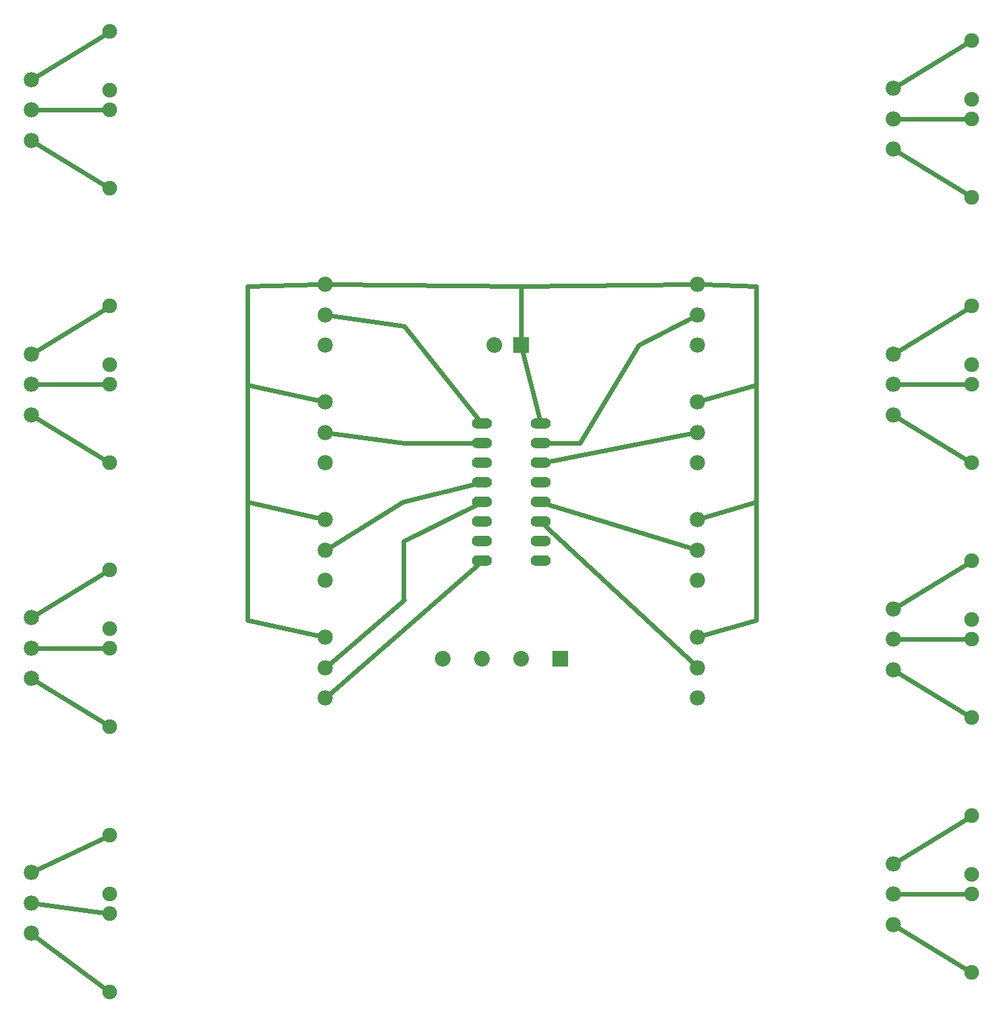
<source format=gtl>
G04 MADE WITH FRITZING*
G04 WWW.FRITZING.ORG*
G04 DOUBLE SIDED*
G04 HOLES PLATED*
G04 CONTOUR ON CENTER OF CONTOUR VECTOR*
%ASAXBY*%
%FSLAX23Y23*%
%MOIN*%
%OFA0B0*%
%SFA1.0B1.0*%
%ADD10C,0.052000*%
%ADD11C,0.078000*%
%ADD12C,0.080000*%
%ADD13C,0.075000*%
%ADD14R,0.080000X0.080000*%
%ADD15C,0.024000*%
%ADD16R,0.001000X0.001000*%
%LNCOPPER1*%
G90*
G70*
G54D10*
X2878Y3235D03*
X2878Y3135D03*
X2878Y3035D03*
X2878Y2935D03*
X2878Y2835D03*
X2878Y2735D03*
X2878Y2635D03*
X2878Y2535D03*
X3178Y2535D03*
X3178Y2635D03*
X3178Y2735D03*
X3178Y2835D03*
X3178Y2935D03*
X3178Y3035D03*
X3178Y3135D03*
X3178Y3235D03*
X2878Y3235D03*
X2878Y3135D03*
X2878Y3035D03*
X2878Y2935D03*
X2878Y2835D03*
X2878Y2735D03*
X2878Y2635D03*
X2878Y2535D03*
X3178Y2535D03*
X3178Y2635D03*
X3178Y2735D03*
X3178Y2835D03*
X3178Y2935D03*
X3178Y3035D03*
X3178Y3135D03*
X3178Y3235D03*
G54D11*
X2078Y3947D03*
X2078Y3791D03*
X2078Y3635D03*
X2078Y3347D03*
X2078Y3191D03*
X2078Y3035D03*
X2078Y2747D03*
X2078Y2591D03*
X2078Y2435D03*
X2078Y2147D03*
X2078Y1991D03*
X2078Y1835D03*
X3978Y2147D03*
X3978Y1991D03*
X3978Y1835D03*
X3978Y2747D03*
X3978Y2591D03*
X3978Y2435D03*
X3978Y3347D03*
X3978Y3191D03*
X3978Y3035D03*
X3978Y3947D03*
X3978Y3791D03*
X3978Y3635D03*
G54D12*
X3078Y3635D03*
X2940Y3635D03*
X3078Y2035D03*
X2878Y2035D03*
X2678Y2035D03*
X3278Y2035D03*
G54D13*
X978Y3035D03*
X978Y3435D03*
X978Y3535D03*
X978Y3835D03*
G54D11*
X578Y3591D03*
X578Y3435D03*
X578Y3279D03*
G54D13*
X978Y1691D03*
X978Y2091D03*
X978Y2191D03*
X978Y2491D03*
G54D11*
X578Y2247D03*
X578Y2091D03*
X578Y1935D03*
G54D13*
X978Y335D03*
X978Y735D03*
X978Y835D03*
X978Y1135D03*
G54D11*
X578Y947D03*
X578Y791D03*
X578Y635D03*
G54D13*
X978Y4435D03*
X978Y4835D03*
X978Y4935D03*
X978Y5235D03*
G54D11*
X578Y4991D03*
X578Y4835D03*
X578Y4679D03*
G54D13*
X5378Y4391D03*
X5378Y4791D03*
X5378Y4891D03*
X5378Y5191D03*
G54D11*
X4978Y4947D03*
X4978Y4791D03*
X4978Y4635D03*
G54D13*
X5378Y3035D03*
X5378Y3435D03*
X5378Y3535D03*
X5378Y3835D03*
G54D11*
X4978Y3591D03*
X4978Y3435D03*
X4978Y3279D03*
G54D13*
X5378Y1735D03*
X5378Y2135D03*
X5378Y2235D03*
X5378Y2535D03*
G54D11*
X4978Y2291D03*
X4978Y2135D03*
X4978Y1979D03*
G54D13*
X5378Y435D03*
X5378Y835D03*
X5378Y935D03*
X5378Y1235D03*
G54D11*
X4978Y991D03*
X4978Y835D03*
X4978Y679D03*
G54D14*
X3078Y3635D03*
X3278Y2035D03*
G54D15*
X3078Y3937D02*
X2108Y3947D01*
D02*
X3078Y3666D02*
X3078Y3937D01*
D02*
X3678Y3635D02*
X3951Y3777D01*
D02*
X3376Y3137D02*
X3678Y3635D01*
D02*
X3205Y3136D02*
X3376Y3137D01*
D02*
X4278Y2233D02*
X4007Y2156D01*
D02*
X4278Y2835D02*
X4278Y2233D01*
D02*
X4278Y2835D02*
X4007Y2756D01*
D02*
X4278Y3433D02*
X4278Y2835D01*
D02*
X4278Y3433D02*
X4007Y3356D01*
D02*
X4278Y3937D02*
X4278Y3433D01*
D02*
X4008Y3946D02*
X4278Y3937D01*
D02*
X3078Y3937D02*
X3948Y3947D01*
D02*
X1680Y2233D02*
X2048Y2154D01*
D02*
X1680Y2835D02*
X1680Y2233D01*
D02*
X1680Y2835D02*
X2048Y2754D01*
D02*
X1680Y3433D02*
X1680Y2835D01*
D02*
X1680Y3433D02*
X2048Y3354D01*
D02*
X1680Y3937D02*
X1680Y3433D01*
D02*
X2048Y3947D02*
X1680Y3937D01*
D02*
X2475Y2835D02*
X2851Y2929D01*
D02*
X2103Y2607D02*
X2475Y2835D01*
D02*
X2108Y3187D02*
X2480Y3137D01*
D02*
X2480Y3137D02*
X2851Y3135D01*
D02*
X3085Y3605D02*
X3171Y3262D01*
D02*
X2108Y3787D02*
X2480Y3734D01*
D02*
X2480Y3734D02*
X2861Y3257D01*
D02*
X3948Y3186D02*
X3204Y3041D01*
D02*
X3956Y2012D02*
X3198Y2717D01*
D02*
X3949Y2600D02*
X3204Y2827D01*
D02*
X2478Y2635D02*
X2854Y2823D01*
D02*
X2478Y2335D02*
X2478Y2635D01*
D02*
X2480Y2337D02*
X2478Y2335D01*
D02*
X2101Y2011D02*
X2480Y2337D01*
D02*
X5003Y3607D02*
X5353Y3820D01*
D02*
X5003Y2307D02*
X5353Y2520D01*
D02*
X5003Y1007D02*
X5353Y1220D01*
D02*
X605Y960D02*
X952Y1123D01*
D02*
X603Y2263D02*
X953Y2476D01*
D02*
X5003Y4963D02*
X5353Y5176D01*
D02*
X603Y5007D02*
X953Y5220D01*
D02*
X603Y3607D02*
X953Y3820D01*
D02*
X5008Y3435D02*
X5349Y3435D01*
D02*
X5008Y2135D02*
X5349Y2135D01*
D02*
X5008Y4791D02*
X5349Y4791D01*
D02*
X608Y4835D02*
X949Y4835D01*
D02*
X608Y787D02*
X949Y739D01*
D02*
X608Y2091D02*
X949Y2091D01*
D02*
X5008Y835D02*
X5349Y835D01*
D02*
X608Y3435D02*
X949Y3435D01*
D02*
X2857Y2518D02*
X2100Y1855D01*
D02*
X5003Y4620D02*
X5353Y4406D01*
D02*
X5003Y3264D02*
X5353Y3050D01*
D02*
X5003Y1964D02*
X5353Y1750D01*
D02*
X5003Y664D02*
X5353Y450D01*
D02*
X602Y617D02*
X955Y353D01*
D02*
X603Y1920D02*
X953Y1706D01*
D02*
X603Y3264D02*
X953Y3050D01*
D02*
X603Y4664D02*
X953Y4450D01*
G54D16*
X2846Y3262D02*
X2908Y3262D01*
X3146Y3262D02*
X3208Y3262D01*
X2843Y3261D02*
X2911Y3261D01*
X3143Y3261D02*
X3211Y3261D01*
X2840Y3260D02*
X2914Y3260D01*
X3140Y3260D02*
X3214Y3260D01*
X2839Y3259D02*
X2915Y3259D01*
X3138Y3259D02*
X3215Y3259D01*
X2837Y3258D02*
X2917Y3258D01*
X3137Y3258D02*
X3217Y3258D01*
X2836Y3257D02*
X2918Y3257D01*
X3136Y3257D02*
X3218Y3257D01*
X2834Y3256D02*
X2920Y3256D01*
X3134Y3256D02*
X3220Y3256D01*
X2833Y3255D02*
X2921Y3255D01*
X3133Y3255D02*
X3221Y3255D01*
X2832Y3254D02*
X2922Y3254D01*
X3132Y3254D02*
X3222Y3254D01*
X2831Y3253D02*
X2923Y3253D01*
X3131Y3253D02*
X3222Y3253D01*
X2831Y3252D02*
X2872Y3252D01*
X2882Y3252D02*
X2923Y3252D01*
X3131Y3252D02*
X3172Y3252D01*
X3182Y3252D02*
X3223Y3252D01*
X2830Y3251D02*
X2870Y3251D01*
X2884Y3251D02*
X2924Y3251D01*
X3130Y3251D02*
X3170Y3251D01*
X3184Y3251D02*
X3224Y3251D01*
X2829Y3250D02*
X2868Y3250D01*
X2886Y3250D02*
X2925Y3250D01*
X3129Y3250D02*
X3168Y3250D01*
X3186Y3250D02*
X3225Y3250D01*
X2829Y3249D02*
X2867Y3249D01*
X2887Y3249D02*
X2925Y3249D01*
X3129Y3249D02*
X3166Y3249D01*
X3187Y3249D02*
X3225Y3249D01*
X2828Y3248D02*
X2865Y3248D01*
X2889Y3248D02*
X2926Y3248D01*
X3128Y3248D02*
X3165Y3248D01*
X3189Y3248D02*
X3226Y3248D01*
X2828Y3247D02*
X2864Y3247D01*
X2890Y3247D02*
X2926Y3247D01*
X3128Y3247D02*
X3164Y3247D01*
X3190Y3247D02*
X3226Y3247D01*
X2827Y3246D02*
X2864Y3246D01*
X2890Y3246D02*
X2927Y3246D01*
X3127Y3246D02*
X3164Y3246D01*
X3190Y3246D02*
X3227Y3246D01*
X2827Y3245D02*
X2863Y3245D01*
X2891Y3245D02*
X2927Y3245D01*
X3127Y3245D02*
X3163Y3245D01*
X3191Y3245D02*
X3227Y3245D01*
X2827Y3244D02*
X2862Y3244D01*
X2892Y3244D02*
X2927Y3244D01*
X3127Y3244D02*
X3162Y3244D01*
X3192Y3244D02*
X3227Y3244D01*
X2826Y3243D02*
X2862Y3243D01*
X2892Y3243D02*
X2928Y3243D01*
X3126Y3243D02*
X3162Y3243D01*
X3192Y3243D02*
X3228Y3243D01*
X2826Y3242D02*
X2862Y3242D01*
X2892Y3242D02*
X2928Y3242D01*
X3126Y3242D02*
X3161Y3242D01*
X3192Y3242D02*
X3228Y3242D01*
X2826Y3241D02*
X2861Y3241D01*
X2893Y3241D02*
X2928Y3241D01*
X3126Y3241D02*
X3161Y3241D01*
X3193Y3241D02*
X3228Y3241D01*
X2826Y3240D02*
X2861Y3240D01*
X2893Y3240D02*
X2928Y3240D01*
X3126Y3240D02*
X3161Y3240D01*
X3193Y3240D02*
X3228Y3240D01*
X2826Y3239D02*
X2861Y3239D01*
X2893Y3239D02*
X2928Y3239D01*
X3126Y3239D02*
X3161Y3239D01*
X3193Y3239D02*
X3228Y3239D01*
X2826Y3238D02*
X2861Y3238D01*
X2893Y3238D02*
X2928Y3238D01*
X3126Y3238D02*
X3161Y3238D01*
X3193Y3238D02*
X3228Y3238D01*
X2826Y3237D02*
X2861Y3237D01*
X2893Y3237D02*
X2928Y3237D01*
X3125Y3237D02*
X3161Y3237D01*
X3193Y3237D02*
X3228Y3237D01*
X2826Y3236D02*
X2861Y3236D01*
X2893Y3236D02*
X2928Y3236D01*
X3126Y3236D02*
X3161Y3236D01*
X3193Y3236D02*
X3228Y3236D01*
X2826Y3235D02*
X2861Y3235D01*
X2893Y3235D02*
X2928Y3235D01*
X3126Y3235D02*
X3161Y3235D01*
X3193Y3235D02*
X3228Y3235D01*
X2826Y3234D02*
X2861Y3234D01*
X2893Y3234D02*
X2928Y3234D01*
X3126Y3234D02*
X3161Y3234D01*
X3193Y3234D02*
X3228Y3234D01*
X2826Y3233D02*
X2861Y3233D01*
X2893Y3233D02*
X2928Y3233D01*
X3126Y3233D02*
X3161Y3233D01*
X3193Y3233D02*
X3228Y3233D01*
X2826Y3232D02*
X2861Y3232D01*
X2893Y3232D02*
X2928Y3232D01*
X3126Y3232D02*
X3161Y3232D01*
X3193Y3232D02*
X3228Y3232D01*
X2826Y3231D02*
X2862Y3231D01*
X2892Y3231D02*
X2928Y3231D01*
X3126Y3231D02*
X3162Y3231D01*
X3192Y3231D02*
X3228Y3231D01*
X2826Y3230D02*
X2862Y3230D01*
X2892Y3230D02*
X2928Y3230D01*
X3126Y3230D02*
X3162Y3230D01*
X3192Y3230D02*
X3228Y3230D01*
X2827Y3229D02*
X2863Y3229D01*
X2891Y3229D02*
X2927Y3229D01*
X3127Y3229D02*
X3162Y3229D01*
X3191Y3229D02*
X3227Y3229D01*
X2827Y3228D02*
X2863Y3228D01*
X2891Y3228D02*
X2927Y3228D01*
X3127Y3228D02*
X3163Y3228D01*
X3191Y3228D02*
X3227Y3228D01*
X2827Y3227D02*
X2864Y3227D01*
X2890Y3227D02*
X2927Y3227D01*
X3127Y3227D02*
X3164Y3227D01*
X3190Y3227D02*
X3227Y3227D01*
X2828Y3226D02*
X2865Y3226D01*
X2889Y3226D02*
X2926Y3226D01*
X3128Y3226D02*
X3165Y3226D01*
X3189Y3226D02*
X3226Y3226D01*
X2828Y3225D02*
X2866Y3225D01*
X2888Y3225D02*
X2926Y3225D01*
X3128Y3225D02*
X3166Y3225D01*
X3188Y3225D02*
X3226Y3225D01*
X2829Y3224D02*
X2867Y3224D01*
X2887Y3224D02*
X2925Y3224D01*
X3129Y3224D02*
X3167Y3224D01*
X3187Y3224D02*
X3225Y3224D01*
X2829Y3223D02*
X2868Y3223D01*
X2886Y3223D02*
X2925Y3223D01*
X3129Y3223D02*
X3168Y3223D01*
X3186Y3223D02*
X3225Y3223D01*
X2830Y3222D02*
X2870Y3222D01*
X2884Y3222D02*
X2924Y3222D01*
X3130Y3222D02*
X3170Y3222D01*
X3184Y3222D02*
X3224Y3222D01*
X2831Y3221D02*
X2873Y3221D01*
X2881Y3221D02*
X2923Y3221D01*
X3131Y3221D02*
X3173Y3221D01*
X3181Y3221D02*
X3223Y3221D01*
X2832Y3220D02*
X2922Y3220D01*
X3132Y3220D02*
X3222Y3220D01*
X2832Y3219D02*
X2922Y3219D01*
X3132Y3219D02*
X3222Y3219D01*
X2833Y3218D02*
X2921Y3218D01*
X3133Y3218D02*
X3221Y3218D01*
X2835Y3217D02*
X2919Y3217D01*
X3135Y3217D02*
X3219Y3217D01*
X2836Y3216D02*
X2918Y3216D01*
X3136Y3216D02*
X3218Y3216D01*
X2837Y3215D02*
X2917Y3215D01*
X3137Y3215D02*
X3217Y3215D01*
X2839Y3214D02*
X2915Y3214D01*
X3139Y3214D02*
X3215Y3214D01*
X2841Y3213D02*
X2913Y3213D01*
X3141Y3213D02*
X3213Y3213D01*
X2843Y3212D02*
X2911Y3212D01*
X3143Y3212D02*
X3211Y3212D01*
X2847Y3211D02*
X2907Y3211D01*
X3147Y3211D02*
X3207Y3211D01*
X2846Y3162D02*
X2908Y3162D01*
X3146Y3162D02*
X3208Y3162D01*
X2843Y3161D02*
X2911Y3161D01*
X3143Y3161D02*
X3211Y3161D01*
X2840Y3160D02*
X2914Y3160D01*
X3140Y3160D02*
X3214Y3160D01*
X2838Y3159D02*
X2916Y3159D01*
X3138Y3159D02*
X3215Y3159D01*
X2837Y3158D02*
X2917Y3158D01*
X3137Y3158D02*
X3217Y3158D01*
X2836Y3157D02*
X2918Y3157D01*
X3136Y3157D02*
X3218Y3157D01*
X2834Y3156D02*
X2920Y3156D01*
X3134Y3156D02*
X3220Y3156D01*
X2833Y3155D02*
X2921Y3155D01*
X3133Y3155D02*
X3221Y3155D01*
X2832Y3154D02*
X2922Y3154D01*
X3132Y3154D02*
X3222Y3154D01*
X2831Y3153D02*
X2923Y3153D01*
X3131Y3153D02*
X3223Y3153D01*
X2831Y3152D02*
X2872Y3152D01*
X2882Y3152D02*
X2923Y3152D01*
X3131Y3152D02*
X3172Y3152D01*
X3182Y3152D02*
X3223Y3152D01*
X2830Y3151D02*
X2870Y3151D01*
X2884Y3151D02*
X2924Y3151D01*
X3130Y3151D02*
X3170Y3151D01*
X3184Y3151D02*
X3224Y3151D01*
X2829Y3150D02*
X2868Y3150D01*
X2886Y3150D02*
X2925Y3150D01*
X3129Y3150D02*
X3168Y3150D01*
X3186Y3150D02*
X3225Y3150D01*
X2829Y3149D02*
X2866Y3149D01*
X2888Y3149D02*
X2925Y3149D01*
X3129Y3149D02*
X3166Y3149D01*
X3187Y3149D02*
X3225Y3149D01*
X2828Y3148D02*
X2865Y3148D01*
X2889Y3148D02*
X2926Y3148D01*
X3128Y3148D02*
X3165Y3148D01*
X3189Y3148D02*
X3226Y3148D01*
X2828Y3147D02*
X2864Y3147D01*
X2890Y3147D02*
X2926Y3147D01*
X3128Y3147D02*
X3164Y3147D01*
X3190Y3147D02*
X3226Y3147D01*
X2827Y3146D02*
X2864Y3146D01*
X2890Y3146D02*
X2927Y3146D01*
X3127Y3146D02*
X3164Y3146D01*
X3190Y3146D02*
X3227Y3146D01*
X2827Y3145D02*
X2863Y3145D01*
X2891Y3145D02*
X2927Y3145D01*
X3127Y3145D02*
X3163Y3145D01*
X3191Y3145D02*
X3227Y3145D01*
X2827Y3144D02*
X2862Y3144D01*
X2892Y3144D02*
X2927Y3144D01*
X3127Y3144D02*
X3162Y3144D01*
X3192Y3144D02*
X3227Y3144D01*
X2826Y3143D02*
X2862Y3143D01*
X2892Y3143D02*
X2928Y3143D01*
X3126Y3143D02*
X3162Y3143D01*
X3192Y3143D02*
X3228Y3143D01*
X2826Y3142D02*
X2862Y3142D01*
X2893Y3142D02*
X2928Y3142D01*
X3126Y3142D02*
X3161Y3142D01*
X3192Y3142D02*
X3228Y3142D01*
X2826Y3141D02*
X2861Y3141D01*
X2893Y3141D02*
X2928Y3141D01*
X3126Y3141D02*
X3161Y3141D01*
X3193Y3141D02*
X3228Y3141D01*
X2826Y3140D02*
X2861Y3140D01*
X2893Y3140D02*
X2928Y3140D01*
X3126Y3140D02*
X3161Y3140D01*
X3193Y3140D02*
X3228Y3140D01*
X2826Y3139D02*
X2861Y3139D01*
X2893Y3139D02*
X2928Y3139D01*
X3126Y3139D02*
X3161Y3139D01*
X3193Y3139D02*
X3228Y3139D01*
X2826Y3138D02*
X2861Y3138D01*
X2893Y3138D02*
X2928Y3138D01*
X3126Y3138D02*
X3161Y3138D01*
X3193Y3138D02*
X3228Y3138D01*
X2826Y3137D02*
X2861Y3137D01*
X2893Y3137D02*
X2928Y3137D01*
X3125Y3137D02*
X3161Y3137D01*
X3193Y3137D02*
X3228Y3137D01*
X2826Y3136D02*
X2861Y3136D01*
X2893Y3136D02*
X2928Y3136D01*
X3126Y3136D02*
X3161Y3136D01*
X3193Y3136D02*
X3228Y3136D01*
X2826Y3135D02*
X2861Y3135D01*
X2893Y3135D02*
X2928Y3135D01*
X3126Y3135D02*
X3161Y3135D01*
X3193Y3135D02*
X3228Y3135D01*
X2826Y3134D02*
X2861Y3134D01*
X2893Y3134D02*
X2928Y3134D01*
X3126Y3134D02*
X3161Y3134D01*
X3193Y3134D02*
X3228Y3134D01*
X2826Y3133D02*
X2861Y3133D01*
X2893Y3133D02*
X2928Y3133D01*
X3126Y3133D02*
X3161Y3133D01*
X3193Y3133D02*
X3228Y3133D01*
X2826Y3132D02*
X2861Y3132D01*
X2893Y3132D02*
X2928Y3132D01*
X3126Y3132D02*
X3161Y3132D01*
X3193Y3132D02*
X3228Y3132D01*
X2826Y3131D02*
X2862Y3131D01*
X2892Y3131D02*
X2928Y3131D01*
X3126Y3131D02*
X3162Y3131D01*
X3192Y3131D02*
X3228Y3131D01*
X2826Y3130D02*
X2862Y3130D01*
X2892Y3130D02*
X2928Y3130D01*
X3126Y3130D02*
X3162Y3130D01*
X3192Y3130D02*
X3228Y3130D01*
X2827Y3129D02*
X2863Y3129D01*
X2891Y3129D02*
X2927Y3129D01*
X3127Y3129D02*
X3162Y3129D01*
X3191Y3129D02*
X3227Y3129D01*
X2827Y3128D02*
X2863Y3128D01*
X2891Y3128D02*
X2927Y3128D01*
X3127Y3128D02*
X3163Y3128D01*
X3191Y3128D02*
X3227Y3128D01*
X2827Y3127D02*
X2864Y3127D01*
X2890Y3127D02*
X2927Y3127D01*
X3127Y3127D02*
X3164Y3127D01*
X3190Y3127D02*
X3227Y3127D01*
X2828Y3126D02*
X2865Y3126D01*
X2889Y3126D02*
X2926Y3126D01*
X3128Y3126D02*
X3165Y3126D01*
X3189Y3126D02*
X3226Y3126D01*
X2828Y3125D02*
X2866Y3125D01*
X2888Y3125D02*
X2926Y3125D01*
X3128Y3125D02*
X3166Y3125D01*
X3188Y3125D02*
X3226Y3125D01*
X2829Y3124D02*
X2867Y3124D01*
X2887Y3124D02*
X2925Y3124D01*
X3129Y3124D02*
X3167Y3124D01*
X3187Y3124D02*
X3225Y3124D01*
X2829Y3123D02*
X2868Y3123D01*
X2886Y3123D02*
X2925Y3123D01*
X3129Y3123D02*
X3168Y3123D01*
X3186Y3123D02*
X3225Y3123D01*
X2830Y3122D02*
X2870Y3122D01*
X2884Y3122D02*
X2924Y3122D01*
X3130Y3122D02*
X3170Y3122D01*
X3184Y3122D02*
X3224Y3122D01*
X2831Y3121D02*
X2873Y3121D01*
X2881Y3121D02*
X2923Y3121D01*
X3131Y3121D02*
X3173Y3121D01*
X3181Y3121D02*
X3223Y3121D01*
X2832Y3120D02*
X2922Y3120D01*
X3132Y3120D02*
X3222Y3120D01*
X2832Y3119D02*
X2922Y3119D01*
X3132Y3119D02*
X3222Y3119D01*
X2833Y3118D02*
X2921Y3118D01*
X3133Y3118D02*
X3221Y3118D01*
X2835Y3117D02*
X2919Y3117D01*
X3135Y3117D02*
X3219Y3117D01*
X2836Y3116D02*
X2918Y3116D01*
X3136Y3116D02*
X3218Y3116D01*
X2837Y3115D02*
X2917Y3115D01*
X3137Y3115D02*
X3217Y3115D01*
X2839Y3114D02*
X2915Y3114D01*
X3139Y3114D02*
X3215Y3114D01*
X2841Y3113D02*
X2913Y3113D01*
X3141Y3113D02*
X3213Y3113D01*
X2843Y3112D02*
X2911Y3112D01*
X3143Y3112D02*
X3211Y3112D01*
X2847Y3111D02*
X2907Y3111D01*
X3147Y3111D02*
X3207Y3111D01*
X2846Y3062D02*
X2908Y3062D01*
X3146Y3062D02*
X3208Y3062D01*
X2843Y3061D02*
X2911Y3061D01*
X3142Y3061D02*
X3211Y3061D01*
X2840Y3060D02*
X2914Y3060D01*
X3140Y3060D02*
X3214Y3060D01*
X2838Y3059D02*
X2916Y3059D01*
X3138Y3059D02*
X3216Y3059D01*
X2837Y3058D02*
X2917Y3058D01*
X3137Y3058D02*
X3217Y3058D01*
X2836Y3057D02*
X2918Y3057D01*
X3136Y3057D02*
X3218Y3057D01*
X2834Y3056D02*
X2920Y3056D01*
X3134Y3056D02*
X3220Y3056D01*
X2833Y3055D02*
X2921Y3055D01*
X3133Y3055D02*
X3221Y3055D01*
X2832Y3054D02*
X2922Y3054D01*
X3132Y3054D02*
X3222Y3054D01*
X2831Y3053D02*
X2923Y3053D01*
X3131Y3053D02*
X3223Y3053D01*
X2831Y3052D02*
X2872Y3052D01*
X2882Y3052D02*
X2923Y3052D01*
X3131Y3052D02*
X3172Y3052D01*
X3182Y3052D02*
X3223Y3052D01*
X2830Y3051D02*
X2870Y3051D01*
X2884Y3051D02*
X2924Y3051D01*
X3130Y3051D02*
X3170Y3051D01*
X3184Y3051D02*
X3224Y3051D01*
X2829Y3050D02*
X2868Y3050D01*
X2886Y3050D02*
X2925Y3050D01*
X3129Y3050D02*
X3168Y3050D01*
X3186Y3050D02*
X3225Y3050D01*
X2829Y3049D02*
X2866Y3049D01*
X2888Y3049D02*
X2925Y3049D01*
X3129Y3049D02*
X3166Y3049D01*
X3187Y3049D02*
X3225Y3049D01*
X2828Y3048D02*
X2865Y3048D01*
X2889Y3048D02*
X2926Y3048D01*
X3128Y3048D02*
X3165Y3048D01*
X3189Y3048D02*
X3226Y3048D01*
X2828Y3047D02*
X2864Y3047D01*
X2890Y3047D02*
X2926Y3047D01*
X3128Y3047D02*
X3164Y3047D01*
X3190Y3047D02*
X3226Y3047D01*
X2827Y3046D02*
X2864Y3046D01*
X2890Y3046D02*
X2927Y3046D01*
X3127Y3046D02*
X3164Y3046D01*
X3190Y3046D02*
X3227Y3046D01*
X2827Y3045D02*
X2863Y3045D01*
X2891Y3045D02*
X2927Y3045D01*
X3127Y3045D02*
X3163Y3045D01*
X3191Y3045D02*
X3227Y3045D01*
X2827Y3044D02*
X2862Y3044D01*
X2892Y3044D02*
X2927Y3044D01*
X3127Y3044D02*
X3162Y3044D01*
X3192Y3044D02*
X3227Y3044D01*
X2826Y3043D02*
X2862Y3043D01*
X2892Y3043D02*
X2928Y3043D01*
X3126Y3043D02*
X3162Y3043D01*
X3192Y3043D02*
X3228Y3043D01*
X2826Y3042D02*
X2862Y3042D01*
X2893Y3042D02*
X2928Y3042D01*
X3126Y3042D02*
X3161Y3042D01*
X3192Y3042D02*
X3228Y3042D01*
X2826Y3041D02*
X2861Y3041D01*
X2893Y3041D02*
X2928Y3041D01*
X3126Y3041D02*
X3161Y3041D01*
X3193Y3041D02*
X3228Y3041D01*
X2826Y3040D02*
X2861Y3040D01*
X2893Y3040D02*
X2928Y3040D01*
X3126Y3040D02*
X3161Y3040D01*
X3193Y3040D02*
X3228Y3040D01*
X2826Y3039D02*
X2861Y3039D01*
X2893Y3039D02*
X2928Y3039D01*
X3126Y3039D02*
X3161Y3039D01*
X3193Y3039D02*
X3228Y3039D01*
X2826Y3038D02*
X2861Y3038D01*
X2893Y3038D02*
X2928Y3038D01*
X3126Y3038D02*
X3161Y3038D01*
X3193Y3038D02*
X3228Y3038D01*
X2826Y3037D02*
X2861Y3037D01*
X2893Y3037D02*
X2928Y3037D01*
X3125Y3037D02*
X3161Y3037D01*
X3193Y3037D02*
X3228Y3037D01*
X2826Y3036D02*
X2861Y3036D01*
X2893Y3036D02*
X2928Y3036D01*
X3126Y3036D02*
X3161Y3036D01*
X3193Y3036D02*
X3228Y3036D01*
X2826Y3035D02*
X2861Y3035D01*
X2893Y3035D02*
X2928Y3035D01*
X3126Y3035D02*
X3161Y3035D01*
X3193Y3035D02*
X3228Y3035D01*
X2826Y3034D02*
X2861Y3034D01*
X2893Y3034D02*
X2928Y3034D01*
X3126Y3034D02*
X3161Y3034D01*
X3193Y3034D02*
X3228Y3034D01*
X2826Y3033D02*
X2861Y3033D01*
X2893Y3033D02*
X2928Y3033D01*
X3126Y3033D02*
X3161Y3033D01*
X3193Y3033D02*
X3228Y3033D01*
X2826Y3032D02*
X2861Y3032D01*
X2893Y3032D02*
X2928Y3032D01*
X3126Y3032D02*
X3161Y3032D01*
X3193Y3032D02*
X3228Y3032D01*
X2826Y3031D02*
X2862Y3031D01*
X2892Y3031D02*
X2928Y3031D01*
X3126Y3031D02*
X3162Y3031D01*
X3192Y3031D02*
X3228Y3031D01*
X2826Y3030D02*
X2862Y3030D01*
X2892Y3030D02*
X2928Y3030D01*
X3126Y3030D02*
X3162Y3030D01*
X3192Y3030D02*
X3228Y3030D01*
X2827Y3029D02*
X2863Y3029D01*
X2891Y3029D02*
X2927Y3029D01*
X3127Y3029D02*
X3162Y3029D01*
X3191Y3029D02*
X3227Y3029D01*
X2827Y3028D02*
X2863Y3028D01*
X2891Y3028D02*
X2927Y3028D01*
X3127Y3028D02*
X3163Y3028D01*
X3191Y3028D02*
X3227Y3028D01*
X2827Y3027D02*
X2864Y3027D01*
X2890Y3027D02*
X2927Y3027D01*
X3127Y3027D02*
X3164Y3027D01*
X3190Y3027D02*
X3227Y3027D01*
X2828Y3026D02*
X2865Y3026D01*
X2889Y3026D02*
X2926Y3026D01*
X3128Y3026D02*
X3165Y3026D01*
X3189Y3026D02*
X3226Y3026D01*
X2828Y3025D02*
X2866Y3025D01*
X2888Y3025D02*
X2926Y3025D01*
X3128Y3025D02*
X3166Y3025D01*
X3188Y3025D02*
X3226Y3025D01*
X2829Y3024D02*
X2867Y3024D01*
X2887Y3024D02*
X2925Y3024D01*
X3129Y3024D02*
X3167Y3024D01*
X3187Y3024D02*
X3225Y3024D01*
X2829Y3023D02*
X2868Y3023D01*
X2886Y3023D02*
X2925Y3023D01*
X3129Y3023D02*
X3168Y3023D01*
X3186Y3023D02*
X3225Y3023D01*
X2830Y3022D02*
X2870Y3022D01*
X2884Y3022D02*
X2924Y3022D01*
X3130Y3022D02*
X3170Y3022D01*
X3184Y3022D02*
X3224Y3022D01*
X2831Y3021D02*
X2873Y3021D01*
X2881Y3021D02*
X2923Y3021D01*
X3131Y3021D02*
X3173Y3021D01*
X3181Y3021D02*
X3223Y3021D01*
X2832Y3020D02*
X2922Y3020D01*
X3132Y3020D02*
X3222Y3020D01*
X2832Y3019D02*
X2922Y3019D01*
X3132Y3019D02*
X3221Y3019D01*
X2833Y3018D02*
X2921Y3018D01*
X3133Y3018D02*
X3221Y3018D01*
X2835Y3017D02*
X2919Y3017D01*
X3135Y3017D02*
X3219Y3017D01*
X2836Y3016D02*
X2918Y3016D01*
X3136Y3016D02*
X3218Y3016D01*
X2837Y3015D02*
X2917Y3015D01*
X3137Y3015D02*
X3217Y3015D01*
X2839Y3014D02*
X2915Y3014D01*
X3139Y3014D02*
X3215Y3014D01*
X2841Y3013D02*
X2913Y3013D01*
X3141Y3013D02*
X3213Y3013D01*
X2843Y3012D02*
X2911Y3012D01*
X3143Y3012D02*
X3211Y3012D01*
X2847Y3011D02*
X2907Y3011D01*
X3147Y3011D02*
X3207Y3011D01*
X2846Y2962D02*
X2908Y2962D01*
X3146Y2962D02*
X3208Y2962D01*
X2843Y2961D02*
X2911Y2961D01*
X3142Y2961D02*
X3211Y2961D01*
X2840Y2960D02*
X2914Y2960D01*
X3140Y2960D02*
X3214Y2960D01*
X2838Y2959D02*
X2916Y2959D01*
X3138Y2959D02*
X3216Y2959D01*
X2837Y2958D02*
X2917Y2958D01*
X3137Y2958D02*
X3217Y2958D01*
X2836Y2957D02*
X2918Y2957D01*
X3135Y2957D02*
X3218Y2957D01*
X2834Y2956D02*
X2920Y2956D01*
X3134Y2956D02*
X3220Y2956D01*
X2833Y2955D02*
X2921Y2955D01*
X3133Y2955D02*
X3221Y2955D01*
X2832Y2954D02*
X2922Y2954D01*
X3132Y2954D02*
X3222Y2954D01*
X2831Y2953D02*
X2923Y2953D01*
X3131Y2953D02*
X3223Y2953D01*
X2831Y2952D02*
X2872Y2952D01*
X2882Y2952D02*
X2923Y2952D01*
X3131Y2952D02*
X3172Y2952D01*
X3182Y2952D02*
X3223Y2952D01*
X2830Y2951D02*
X2870Y2951D01*
X2884Y2951D02*
X2924Y2951D01*
X3130Y2951D02*
X3170Y2951D01*
X3184Y2951D02*
X3224Y2951D01*
X2829Y2950D02*
X2868Y2950D01*
X2886Y2950D02*
X2925Y2950D01*
X3129Y2950D02*
X3168Y2950D01*
X3186Y2950D02*
X3225Y2950D01*
X2829Y2949D02*
X2866Y2949D01*
X2888Y2949D02*
X2925Y2949D01*
X3129Y2949D02*
X3166Y2949D01*
X3187Y2949D02*
X3225Y2949D01*
X2828Y2948D02*
X2865Y2948D01*
X2889Y2948D02*
X2926Y2948D01*
X3128Y2948D02*
X3165Y2948D01*
X3189Y2948D02*
X3226Y2948D01*
X2828Y2947D02*
X2864Y2947D01*
X2890Y2947D02*
X2926Y2947D01*
X3128Y2947D02*
X3164Y2947D01*
X3190Y2947D02*
X3226Y2947D01*
X2827Y2946D02*
X2864Y2946D01*
X2890Y2946D02*
X2927Y2946D01*
X3127Y2946D02*
X3164Y2946D01*
X3190Y2946D02*
X3227Y2946D01*
X2827Y2945D02*
X2863Y2945D01*
X2891Y2945D02*
X2927Y2945D01*
X3127Y2945D02*
X3163Y2945D01*
X3191Y2945D02*
X3227Y2945D01*
X2827Y2944D02*
X2862Y2944D01*
X2892Y2944D02*
X2927Y2944D01*
X3127Y2944D02*
X3162Y2944D01*
X3192Y2944D02*
X3227Y2944D01*
X2826Y2943D02*
X2862Y2943D01*
X2892Y2943D02*
X2928Y2943D01*
X3126Y2943D02*
X3162Y2943D01*
X3192Y2943D02*
X3228Y2943D01*
X2826Y2942D02*
X2861Y2942D01*
X2893Y2942D02*
X2928Y2942D01*
X3126Y2942D02*
X3161Y2942D01*
X3192Y2942D02*
X3228Y2942D01*
X2826Y2941D02*
X2861Y2941D01*
X2893Y2941D02*
X2928Y2941D01*
X3126Y2941D02*
X3161Y2941D01*
X3193Y2941D02*
X3228Y2941D01*
X2826Y2940D02*
X2861Y2940D01*
X2893Y2940D02*
X2928Y2940D01*
X3126Y2940D02*
X3161Y2940D01*
X3193Y2940D02*
X3228Y2940D01*
X2826Y2939D02*
X2861Y2939D01*
X2893Y2939D02*
X2928Y2939D01*
X3126Y2939D02*
X3161Y2939D01*
X3193Y2939D02*
X3228Y2939D01*
X2826Y2938D02*
X2861Y2938D01*
X2893Y2938D02*
X2928Y2938D01*
X3126Y2938D02*
X3161Y2938D01*
X3193Y2938D02*
X3228Y2938D01*
X2826Y2937D02*
X2861Y2937D01*
X2893Y2937D02*
X2928Y2937D01*
X3125Y2937D02*
X3161Y2937D01*
X3193Y2937D02*
X3228Y2937D01*
X2826Y2936D02*
X2861Y2936D01*
X2893Y2936D02*
X2928Y2936D01*
X3126Y2936D02*
X3161Y2936D01*
X3193Y2936D02*
X3228Y2936D01*
X2826Y2935D02*
X2861Y2935D01*
X2893Y2935D02*
X2928Y2935D01*
X3126Y2935D02*
X3161Y2935D01*
X3193Y2935D02*
X3228Y2935D01*
X2826Y2934D02*
X2861Y2934D01*
X2893Y2934D02*
X2928Y2934D01*
X3126Y2934D02*
X3161Y2934D01*
X3193Y2934D02*
X3228Y2934D01*
X2826Y2933D02*
X2861Y2933D01*
X2893Y2933D02*
X2928Y2933D01*
X3126Y2933D02*
X3161Y2933D01*
X3193Y2933D02*
X3228Y2933D01*
X2826Y2932D02*
X2861Y2932D01*
X2893Y2932D02*
X2928Y2932D01*
X3126Y2932D02*
X3161Y2932D01*
X3193Y2932D02*
X3228Y2932D01*
X2826Y2931D02*
X2862Y2931D01*
X2892Y2931D02*
X2928Y2931D01*
X3126Y2931D02*
X3162Y2931D01*
X3192Y2931D02*
X3228Y2931D01*
X2826Y2930D02*
X2862Y2930D01*
X2892Y2930D02*
X2928Y2930D01*
X3126Y2930D02*
X3162Y2930D01*
X3192Y2930D02*
X3228Y2930D01*
X2827Y2929D02*
X2863Y2929D01*
X2891Y2929D02*
X2927Y2929D01*
X3127Y2929D02*
X3162Y2929D01*
X3191Y2929D02*
X3227Y2929D01*
X2827Y2928D02*
X2863Y2928D01*
X2891Y2928D02*
X2927Y2928D01*
X3127Y2928D02*
X3163Y2928D01*
X3191Y2928D02*
X3227Y2928D01*
X2827Y2927D02*
X2864Y2927D01*
X2890Y2927D02*
X2927Y2927D01*
X3127Y2927D02*
X3164Y2927D01*
X3190Y2927D02*
X3227Y2927D01*
X2828Y2926D02*
X2865Y2926D01*
X2889Y2926D02*
X2926Y2926D01*
X3128Y2926D02*
X3165Y2926D01*
X3189Y2926D02*
X3226Y2926D01*
X2828Y2925D02*
X2866Y2925D01*
X2888Y2925D02*
X2926Y2925D01*
X3128Y2925D02*
X3166Y2925D01*
X3188Y2925D02*
X3226Y2925D01*
X2829Y2924D02*
X2867Y2924D01*
X2887Y2924D02*
X2925Y2924D01*
X3129Y2924D02*
X3167Y2924D01*
X3187Y2924D02*
X3225Y2924D01*
X2829Y2923D02*
X2868Y2923D01*
X2886Y2923D02*
X2925Y2923D01*
X3129Y2923D02*
X3168Y2923D01*
X3186Y2923D02*
X3225Y2923D01*
X2830Y2922D02*
X2870Y2922D01*
X2884Y2922D02*
X2924Y2922D01*
X3130Y2922D02*
X3170Y2922D01*
X3184Y2922D02*
X3224Y2922D01*
X2831Y2921D02*
X2873Y2921D01*
X2881Y2921D02*
X2923Y2921D01*
X3131Y2921D02*
X3173Y2921D01*
X3181Y2921D02*
X3223Y2921D01*
X2832Y2920D02*
X2922Y2920D01*
X3132Y2920D02*
X3222Y2920D01*
X2833Y2919D02*
X2921Y2919D01*
X3132Y2919D02*
X3221Y2919D01*
X2833Y2918D02*
X2921Y2918D01*
X3133Y2918D02*
X3221Y2918D01*
X2835Y2917D02*
X2919Y2917D01*
X3135Y2917D02*
X3219Y2917D01*
X2836Y2916D02*
X2918Y2916D01*
X3136Y2916D02*
X3218Y2916D01*
X2837Y2915D02*
X2917Y2915D01*
X3137Y2915D02*
X3217Y2915D01*
X2839Y2914D02*
X2915Y2914D01*
X3139Y2914D02*
X3215Y2914D01*
X2841Y2913D02*
X2913Y2913D01*
X3141Y2913D02*
X3213Y2913D01*
X2843Y2912D02*
X2911Y2912D01*
X3143Y2912D02*
X3211Y2912D01*
X2847Y2911D02*
X2907Y2911D01*
X3147Y2911D02*
X3207Y2911D01*
X2846Y2862D02*
X2908Y2862D01*
X3146Y2862D02*
X3208Y2862D01*
X2842Y2861D02*
X2912Y2861D01*
X3142Y2861D02*
X3211Y2861D01*
X2840Y2860D02*
X2914Y2860D01*
X3140Y2860D02*
X3214Y2860D01*
X2838Y2859D02*
X2916Y2859D01*
X3138Y2859D02*
X3216Y2859D01*
X2837Y2858D02*
X2917Y2858D01*
X3137Y2858D02*
X3217Y2858D01*
X2836Y2857D02*
X2918Y2857D01*
X3135Y2857D02*
X3218Y2857D01*
X2834Y2856D02*
X2920Y2856D01*
X3134Y2856D02*
X3220Y2856D01*
X2833Y2855D02*
X2921Y2855D01*
X3133Y2855D02*
X3221Y2855D01*
X2832Y2854D02*
X2922Y2854D01*
X3132Y2854D02*
X3222Y2854D01*
X2831Y2853D02*
X2923Y2853D01*
X3131Y2853D02*
X3223Y2853D01*
X2831Y2852D02*
X2872Y2852D01*
X2882Y2852D02*
X2923Y2852D01*
X3131Y2852D02*
X3172Y2852D01*
X3182Y2852D02*
X3223Y2852D01*
X2830Y2851D02*
X2870Y2851D01*
X2884Y2851D02*
X2924Y2851D01*
X3130Y2851D02*
X3170Y2851D01*
X3184Y2851D02*
X3224Y2851D01*
X2829Y2850D02*
X2868Y2850D01*
X2886Y2850D02*
X2925Y2850D01*
X3129Y2850D02*
X3168Y2850D01*
X3186Y2850D02*
X3225Y2850D01*
X2829Y2849D02*
X2866Y2849D01*
X2888Y2849D02*
X2925Y2849D01*
X3129Y2849D02*
X3166Y2849D01*
X3188Y2849D02*
X3225Y2849D01*
X2828Y2848D02*
X2865Y2848D01*
X2889Y2848D02*
X2926Y2848D01*
X3128Y2848D02*
X3165Y2848D01*
X3189Y2848D02*
X3226Y2848D01*
X2828Y2847D02*
X2864Y2847D01*
X2890Y2847D02*
X2926Y2847D01*
X3128Y2847D02*
X3164Y2847D01*
X3190Y2847D02*
X3226Y2847D01*
X2827Y2846D02*
X2864Y2846D01*
X2890Y2846D02*
X2927Y2846D01*
X3127Y2846D02*
X3164Y2846D01*
X3190Y2846D02*
X3227Y2846D01*
X2827Y2845D02*
X2863Y2845D01*
X2891Y2845D02*
X2927Y2845D01*
X3127Y2845D02*
X3163Y2845D01*
X3191Y2845D02*
X3227Y2845D01*
X2827Y2844D02*
X2862Y2844D01*
X2892Y2844D02*
X2927Y2844D01*
X3127Y2844D02*
X3162Y2844D01*
X3192Y2844D02*
X3227Y2844D01*
X2826Y2843D02*
X2862Y2843D01*
X2892Y2843D02*
X2928Y2843D01*
X3126Y2843D02*
X3162Y2843D01*
X3192Y2843D02*
X3228Y2843D01*
X2826Y2842D02*
X2861Y2842D01*
X2893Y2842D02*
X2928Y2842D01*
X3126Y2842D02*
X3161Y2842D01*
X3192Y2842D02*
X3228Y2842D01*
X2826Y2841D02*
X2861Y2841D01*
X2893Y2841D02*
X2928Y2841D01*
X3126Y2841D02*
X3161Y2841D01*
X3193Y2841D02*
X3228Y2841D01*
X2826Y2840D02*
X2861Y2840D01*
X2893Y2840D02*
X2928Y2840D01*
X3126Y2840D02*
X3161Y2840D01*
X3193Y2840D02*
X3228Y2840D01*
X2826Y2839D02*
X2861Y2839D01*
X2893Y2839D02*
X2928Y2839D01*
X3126Y2839D02*
X3161Y2839D01*
X3193Y2839D02*
X3228Y2839D01*
X2826Y2838D02*
X2861Y2838D01*
X2893Y2838D02*
X2928Y2838D01*
X3126Y2838D02*
X3161Y2838D01*
X3193Y2838D02*
X3228Y2838D01*
X2826Y2837D02*
X2861Y2837D01*
X2893Y2837D02*
X2928Y2837D01*
X3125Y2837D02*
X3161Y2837D01*
X3193Y2837D02*
X3228Y2837D01*
X2826Y2836D02*
X2861Y2836D01*
X2893Y2836D02*
X2928Y2836D01*
X3126Y2836D02*
X3161Y2836D01*
X3193Y2836D02*
X3228Y2836D01*
X2826Y2835D02*
X2861Y2835D01*
X2893Y2835D02*
X2928Y2835D01*
X3126Y2835D02*
X3161Y2835D01*
X3193Y2835D02*
X3228Y2835D01*
X2826Y2834D02*
X2861Y2834D01*
X2893Y2834D02*
X2928Y2834D01*
X3126Y2834D02*
X3161Y2834D01*
X3193Y2834D02*
X3228Y2834D01*
X2826Y2833D02*
X2861Y2833D01*
X2893Y2833D02*
X2928Y2833D01*
X3126Y2833D02*
X3161Y2833D01*
X3193Y2833D02*
X3228Y2833D01*
X2826Y2832D02*
X2861Y2832D01*
X2893Y2832D02*
X2928Y2832D01*
X3126Y2832D02*
X3161Y2832D01*
X3193Y2832D02*
X3228Y2832D01*
X2826Y2831D02*
X2862Y2831D01*
X2892Y2831D02*
X2928Y2831D01*
X3126Y2831D02*
X3162Y2831D01*
X3192Y2831D02*
X3228Y2831D01*
X2826Y2830D02*
X2862Y2830D01*
X2892Y2830D02*
X2928Y2830D01*
X3126Y2830D02*
X3162Y2830D01*
X3192Y2830D02*
X3228Y2830D01*
X2827Y2829D02*
X2863Y2829D01*
X2891Y2829D02*
X2927Y2829D01*
X3127Y2829D02*
X3162Y2829D01*
X3191Y2829D02*
X3227Y2829D01*
X2827Y2828D02*
X2863Y2828D01*
X2891Y2828D02*
X2927Y2828D01*
X3127Y2828D02*
X3163Y2828D01*
X3191Y2828D02*
X3227Y2828D01*
X2827Y2827D02*
X2864Y2827D01*
X2890Y2827D02*
X2927Y2827D01*
X3127Y2827D02*
X3164Y2827D01*
X3190Y2827D02*
X3227Y2827D01*
X2828Y2826D02*
X2865Y2826D01*
X2889Y2826D02*
X2926Y2826D01*
X3128Y2826D02*
X3165Y2826D01*
X3189Y2826D02*
X3226Y2826D01*
X2828Y2825D02*
X2866Y2825D01*
X2888Y2825D02*
X2926Y2825D01*
X3128Y2825D02*
X3166Y2825D01*
X3188Y2825D02*
X3226Y2825D01*
X2829Y2824D02*
X2867Y2824D01*
X2887Y2824D02*
X2925Y2824D01*
X3129Y2824D02*
X3167Y2824D01*
X3187Y2824D02*
X3225Y2824D01*
X2829Y2823D02*
X2868Y2823D01*
X2886Y2823D02*
X2925Y2823D01*
X3129Y2823D02*
X3168Y2823D01*
X3186Y2823D02*
X3225Y2823D01*
X2830Y2822D02*
X2870Y2822D01*
X2884Y2822D02*
X2924Y2822D01*
X3130Y2822D02*
X3170Y2822D01*
X3184Y2822D02*
X3224Y2822D01*
X2831Y2821D02*
X2873Y2821D01*
X2881Y2821D02*
X2923Y2821D01*
X3131Y2821D02*
X3173Y2821D01*
X3181Y2821D02*
X3223Y2821D01*
X2832Y2820D02*
X2922Y2820D01*
X3132Y2820D02*
X3222Y2820D01*
X2833Y2819D02*
X2921Y2819D01*
X3132Y2819D02*
X3221Y2819D01*
X2833Y2818D02*
X2921Y2818D01*
X3133Y2818D02*
X3221Y2818D01*
X2835Y2817D02*
X2919Y2817D01*
X3135Y2817D02*
X3219Y2817D01*
X2836Y2816D02*
X2918Y2816D01*
X3136Y2816D02*
X3218Y2816D01*
X2837Y2815D02*
X2917Y2815D01*
X3137Y2815D02*
X3217Y2815D01*
X2839Y2814D02*
X2915Y2814D01*
X3139Y2814D02*
X3215Y2814D01*
X2841Y2813D02*
X2913Y2813D01*
X3141Y2813D02*
X3213Y2813D01*
X2843Y2812D02*
X2911Y2812D01*
X3143Y2812D02*
X3211Y2812D01*
X2847Y2811D02*
X2907Y2811D01*
X3147Y2811D02*
X3207Y2811D01*
X2846Y2762D02*
X2908Y2762D01*
X3146Y2762D02*
X3208Y2762D01*
X2842Y2761D02*
X2912Y2761D01*
X3142Y2761D02*
X3211Y2761D01*
X2840Y2760D02*
X2914Y2760D01*
X3140Y2760D02*
X3214Y2760D01*
X2838Y2759D02*
X2916Y2759D01*
X3138Y2759D02*
X3216Y2759D01*
X2837Y2758D02*
X2917Y2758D01*
X3137Y2758D02*
X3217Y2758D01*
X2836Y2757D02*
X2918Y2757D01*
X3135Y2757D02*
X3218Y2757D01*
X2834Y2756D02*
X2920Y2756D01*
X3134Y2756D02*
X3220Y2756D01*
X2833Y2755D02*
X2921Y2755D01*
X3133Y2755D02*
X3221Y2755D01*
X2832Y2754D02*
X2922Y2754D01*
X3132Y2754D02*
X3222Y2754D01*
X2831Y2753D02*
X2923Y2753D01*
X3131Y2753D02*
X3223Y2753D01*
X2831Y2752D02*
X2872Y2752D01*
X2882Y2752D02*
X2923Y2752D01*
X3131Y2752D02*
X3172Y2752D01*
X3182Y2752D02*
X3223Y2752D01*
X2830Y2751D02*
X2870Y2751D01*
X2884Y2751D02*
X2924Y2751D01*
X3130Y2751D02*
X3170Y2751D01*
X3184Y2751D02*
X3224Y2751D01*
X2829Y2750D02*
X2868Y2750D01*
X2886Y2750D02*
X2925Y2750D01*
X3129Y2750D02*
X3168Y2750D01*
X3186Y2750D02*
X3225Y2750D01*
X2829Y2749D02*
X2866Y2749D01*
X2888Y2749D02*
X2925Y2749D01*
X3129Y2749D02*
X3166Y2749D01*
X3188Y2749D02*
X3225Y2749D01*
X2828Y2748D02*
X2865Y2748D01*
X2889Y2748D02*
X2926Y2748D01*
X3128Y2748D02*
X3165Y2748D01*
X3189Y2748D02*
X3226Y2748D01*
X2828Y2747D02*
X2864Y2747D01*
X2890Y2747D02*
X2926Y2747D01*
X3128Y2747D02*
X3164Y2747D01*
X3190Y2747D02*
X3226Y2747D01*
X2827Y2746D02*
X2864Y2746D01*
X2890Y2746D02*
X2927Y2746D01*
X3127Y2746D02*
X3164Y2746D01*
X3190Y2746D02*
X3227Y2746D01*
X2827Y2745D02*
X2863Y2745D01*
X2891Y2745D02*
X2927Y2745D01*
X3127Y2745D02*
X3163Y2745D01*
X3191Y2745D02*
X3227Y2745D01*
X2827Y2744D02*
X2862Y2744D01*
X2892Y2744D02*
X2927Y2744D01*
X3127Y2744D02*
X3162Y2744D01*
X3192Y2744D02*
X3227Y2744D01*
X2826Y2743D02*
X2862Y2743D01*
X2892Y2743D02*
X2928Y2743D01*
X3126Y2743D02*
X3162Y2743D01*
X3192Y2743D02*
X3228Y2743D01*
X2826Y2742D02*
X2861Y2742D01*
X2893Y2742D02*
X2928Y2742D01*
X3126Y2742D02*
X3161Y2742D01*
X3192Y2742D02*
X3228Y2742D01*
X2826Y2741D02*
X2861Y2741D01*
X2893Y2741D02*
X2928Y2741D01*
X3126Y2741D02*
X3161Y2741D01*
X3193Y2741D02*
X3228Y2741D01*
X2826Y2740D02*
X2861Y2740D01*
X2893Y2740D02*
X2928Y2740D01*
X3126Y2740D02*
X3161Y2740D01*
X3193Y2740D02*
X3228Y2740D01*
X2826Y2739D02*
X2861Y2739D01*
X2893Y2739D02*
X2928Y2739D01*
X3126Y2739D02*
X3161Y2739D01*
X3193Y2739D02*
X3228Y2739D01*
X2826Y2738D02*
X2861Y2738D01*
X2893Y2738D02*
X2928Y2738D01*
X3126Y2738D02*
X3161Y2738D01*
X3193Y2738D02*
X3228Y2738D01*
X2826Y2737D02*
X2861Y2737D01*
X2893Y2737D02*
X2928Y2737D01*
X3125Y2737D02*
X3161Y2737D01*
X3193Y2737D02*
X3228Y2737D01*
X2826Y2736D02*
X2861Y2736D01*
X2893Y2736D02*
X2928Y2736D01*
X3126Y2736D02*
X3161Y2736D01*
X3193Y2736D02*
X3228Y2736D01*
X2826Y2735D02*
X2861Y2735D01*
X2893Y2735D02*
X2928Y2735D01*
X3126Y2735D02*
X3161Y2735D01*
X3193Y2735D02*
X3228Y2735D01*
X2826Y2734D02*
X2861Y2734D01*
X2893Y2734D02*
X2928Y2734D01*
X3126Y2734D02*
X3161Y2734D01*
X3193Y2734D02*
X3228Y2734D01*
X2826Y2733D02*
X2861Y2733D01*
X2893Y2733D02*
X2928Y2733D01*
X3126Y2733D02*
X3161Y2733D01*
X3193Y2733D02*
X3228Y2733D01*
X2826Y2732D02*
X2861Y2732D01*
X2893Y2732D02*
X2928Y2732D01*
X3126Y2732D02*
X3161Y2732D01*
X3193Y2732D02*
X3228Y2732D01*
X2826Y2731D02*
X2862Y2731D01*
X2892Y2731D02*
X2928Y2731D01*
X3126Y2731D02*
X3162Y2731D01*
X3192Y2731D02*
X3228Y2731D01*
X2826Y2730D02*
X2862Y2730D01*
X2892Y2730D02*
X2928Y2730D01*
X3126Y2730D02*
X3162Y2730D01*
X3192Y2730D02*
X3228Y2730D01*
X2827Y2729D02*
X2863Y2729D01*
X2891Y2729D02*
X2927Y2729D01*
X3127Y2729D02*
X3163Y2729D01*
X3191Y2729D02*
X3227Y2729D01*
X2827Y2728D02*
X2863Y2728D01*
X2891Y2728D02*
X2927Y2728D01*
X3127Y2728D02*
X3163Y2728D01*
X3191Y2728D02*
X3227Y2728D01*
X2827Y2727D02*
X2864Y2727D01*
X2890Y2727D02*
X2927Y2727D01*
X3127Y2727D02*
X3164Y2727D01*
X3190Y2727D02*
X3227Y2727D01*
X2828Y2726D02*
X2865Y2726D01*
X2889Y2726D02*
X2926Y2726D01*
X3128Y2726D02*
X3165Y2726D01*
X3189Y2726D02*
X3226Y2726D01*
X2828Y2725D02*
X2866Y2725D01*
X2888Y2725D02*
X2926Y2725D01*
X3128Y2725D02*
X3166Y2725D01*
X3188Y2725D02*
X3226Y2725D01*
X2829Y2724D02*
X2867Y2724D01*
X2887Y2724D02*
X2925Y2724D01*
X3129Y2724D02*
X3167Y2724D01*
X3187Y2724D02*
X3225Y2724D01*
X2829Y2723D02*
X2868Y2723D01*
X2886Y2723D02*
X2925Y2723D01*
X3129Y2723D02*
X3168Y2723D01*
X3186Y2723D02*
X3225Y2723D01*
X2830Y2722D02*
X2870Y2722D01*
X2884Y2722D02*
X2924Y2722D01*
X3130Y2722D02*
X3170Y2722D01*
X3184Y2722D02*
X3224Y2722D01*
X2831Y2721D02*
X2873Y2721D01*
X2881Y2721D02*
X2923Y2721D01*
X3131Y2721D02*
X3173Y2721D01*
X3181Y2721D02*
X3223Y2721D01*
X2832Y2720D02*
X2922Y2720D01*
X3132Y2720D02*
X3222Y2720D01*
X2833Y2719D02*
X2921Y2719D01*
X3132Y2719D02*
X3221Y2719D01*
X2833Y2718D02*
X2921Y2718D01*
X3133Y2718D02*
X3221Y2718D01*
X2835Y2717D02*
X2919Y2717D01*
X3135Y2717D02*
X3219Y2717D01*
X2836Y2716D02*
X2918Y2716D01*
X3136Y2716D02*
X3218Y2716D01*
X2837Y2715D02*
X2917Y2715D01*
X3137Y2715D02*
X3217Y2715D01*
X2839Y2714D02*
X2915Y2714D01*
X3139Y2714D02*
X3215Y2714D01*
X2841Y2713D02*
X2913Y2713D01*
X3141Y2713D02*
X3213Y2713D01*
X2843Y2712D02*
X2911Y2712D01*
X3143Y2712D02*
X3211Y2712D01*
X2847Y2711D02*
X2907Y2711D01*
X3147Y2711D02*
X3207Y2711D01*
X2846Y2662D02*
X2908Y2662D01*
X3146Y2662D02*
X3208Y2662D01*
X2842Y2661D02*
X2912Y2661D01*
X3142Y2661D02*
X3212Y2661D01*
X2840Y2660D02*
X2914Y2660D01*
X3140Y2660D02*
X3214Y2660D01*
X2838Y2659D02*
X2916Y2659D01*
X3138Y2659D02*
X3216Y2659D01*
X2837Y2658D02*
X2917Y2658D01*
X3137Y2658D02*
X3217Y2658D01*
X2836Y2657D02*
X2918Y2657D01*
X3135Y2657D02*
X3218Y2657D01*
X2834Y2656D02*
X2920Y2656D01*
X3134Y2656D02*
X3220Y2656D01*
X2833Y2655D02*
X2921Y2655D01*
X3133Y2655D02*
X3221Y2655D01*
X2832Y2654D02*
X2922Y2654D01*
X3132Y2654D02*
X3222Y2654D01*
X2831Y2653D02*
X2923Y2653D01*
X3131Y2653D02*
X3223Y2653D01*
X2831Y2652D02*
X2872Y2652D01*
X2882Y2652D02*
X2923Y2652D01*
X3131Y2652D02*
X3172Y2652D01*
X3182Y2652D02*
X3223Y2652D01*
X2830Y2651D02*
X2870Y2651D01*
X2884Y2651D02*
X2924Y2651D01*
X3130Y2651D02*
X3170Y2651D01*
X3184Y2651D02*
X3224Y2651D01*
X2829Y2650D02*
X2868Y2650D01*
X2886Y2650D02*
X2925Y2650D01*
X3129Y2650D02*
X3168Y2650D01*
X3186Y2650D02*
X3225Y2650D01*
X2829Y2649D02*
X2866Y2649D01*
X2888Y2649D02*
X2925Y2649D01*
X3129Y2649D02*
X3166Y2649D01*
X3188Y2649D02*
X3225Y2649D01*
X2828Y2648D02*
X2865Y2648D01*
X2889Y2648D02*
X2926Y2648D01*
X3128Y2648D02*
X3165Y2648D01*
X3189Y2648D02*
X3226Y2648D01*
X2828Y2647D02*
X2864Y2647D01*
X2890Y2647D02*
X2926Y2647D01*
X3128Y2647D02*
X3164Y2647D01*
X3190Y2647D02*
X3226Y2647D01*
X2827Y2646D02*
X2864Y2646D01*
X2890Y2646D02*
X2927Y2646D01*
X3127Y2646D02*
X3164Y2646D01*
X3190Y2646D02*
X3227Y2646D01*
X2827Y2645D02*
X2863Y2645D01*
X2891Y2645D02*
X2927Y2645D01*
X3127Y2645D02*
X3163Y2645D01*
X3191Y2645D02*
X3227Y2645D01*
X2827Y2644D02*
X2862Y2644D01*
X2892Y2644D02*
X2927Y2644D01*
X3127Y2644D02*
X3162Y2644D01*
X3192Y2644D02*
X3227Y2644D01*
X2826Y2643D02*
X2862Y2643D01*
X2892Y2643D02*
X2928Y2643D01*
X3126Y2643D02*
X3162Y2643D01*
X3192Y2643D02*
X3228Y2643D01*
X2826Y2642D02*
X2861Y2642D01*
X2893Y2642D02*
X2928Y2642D01*
X3126Y2642D02*
X3161Y2642D01*
X3192Y2642D02*
X3228Y2642D01*
X2826Y2641D02*
X2861Y2641D01*
X2893Y2641D02*
X2928Y2641D01*
X3126Y2641D02*
X3161Y2641D01*
X3193Y2641D02*
X3228Y2641D01*
X2826Y2640D02*
X2861Y2640D01*
X2893Y2640D02*
X2928Y2640D01*
X3126Y2640D02*
X3161Y2640D01*
X3193Y2640D02*
X3228Y2640D01*
X2826Y2639D02*
X2861Y2639D01*
X2893Y2639D02*
X2928Y2639D01*
X3126Y2639D02*
X3161Y2639D01*
X3193Y2639D02*
X3228Y2639D01*
X2826Y2638D02*
X2861Y2638D01*
X2893Y2638D02*
X2928Y2638D01*
X3126Y2638D02*
X3161Y2638D01*
X3193Y2638D02*
X3228Y2638D01*
X2826Y2637D02*
X2861Y2637D01*
X2893Y2637D02*
X2928Y2637D01*
X3125Y2637D02*
X3161Y2637D01*
X3193Y2637D02*
X3228Y2637D01*
X2826Y2636D02*
X2861Y2636D01*
X2893Y2636D02*
X2928Y2636D01*
X3126Y2636D02*
X3161Y2636D01*
X3193Y2636D02*
X3228Y2636D01*
X2826Y2635D02*
X2861Y2635D01*
X2893Y2635D02*
X2928Y2635D01*
X3126Y2635D02*
X3161Y2635D01*
X3193Y2635D02*
X3228Y2635D01*
X2826Y2634D02*
X2861Y2634D01*
X2893Y2634D02*
X2928Y2634D01*
X3126Y2634D02*
X3161Y2634D01*
X3193Y2634D02*
X3228Y2634D01*
X2826Y2633D02*
X2861Y2633D01*
X2893Y2633D02*
X2928Y2633D01*
X3126Y2633D02*
X3161Y2633D01*
X3193Y2633D02*
X3228Y2633D01*
X2826Y2632D02*
X2861Y2632D01*
X2893Y2632D02*
X2928Y2632D01*
X3126Y2632D02*
X3161Y2632D01*
X3193Y2632D02*
X3228Y2632D01*
X2826Y2631D02*
X2862Y2631D01*
X2892Y2631D02*
X2928Y2631D01*
X3126Y2631D02*
X3162Y2631D01*
X3192Y2631D02*
X3228Y2631D01*
X2826Y2630D02*
X2862Y2630D01*
X2892Y2630D02*
X2928Y2630D01*
X3126Y2630D02*
X3162Y2630D01*
X3192Y2630D02*
X3228Y2630D01*
X2827Y2629D02*
X2863Y2629D01*
X2891Y2629D02*
X2927Y2629D01*
X3127Y2629D02*
X3163Y2629D01*
X3191Y2629D02*
X3227Y2629D01*
X2827Y2628D02*
X2863Y2628D01*
X2891Y2628D02*
X2927Y2628D01*
X3127Y2628D02*
X3163Y2628D01*
X3191Y2628D02*
X3227Y2628D01*
X2827Y2627D02*
X2864Y2627D01*
X2890Y2627D02*
X2927Y2627D01*
X3127Y2627D02*
X3164Y2627D01*
X3190Y2627D02*
X3227Y2627D01*
X2828Y2626D02*
X2865Y2626D01*
X2889Y2626D02*
X2926Y2626D01*
X3128Y2626D02*
X3165Y2626D01*
X3189Y2626D02*
X3226Y2626D01*
X2828Y2625D02*
X2866Y2625D01*
X2888Y2625D02*
X2926Y2625D01*
X3128Y2625D02*
X3166Y2625D01*
X3188Y2625D02*
X3226Y2625D01*
X2829Y2624D02*
X2867Y2624D01*
X2887Y2624D02*
X2925Y2624D01*
X3129Y2624D02*
X3167Y2624D01*
X3187Y2624D02*
X3225Y2624D01*
X2829Y2623D02*
X2868Y2623D01*
X2886Y2623D02*
X2925Y2623D01*
X3129Y2623D02*
X3168Y2623D01*
X3186Y2623D02*
X3225Y2623D01*
X2830Y2622D02*
X2870Y2622D01*
X2884Y2622D02*
X2924Y2622D01*
X3130Y2622D02*
X3170Y2622D01*
X3184Y2622D02*
X3224Y2622D01*
X2831Y2621D02*
X2873Y2621D01*
X2881Y2621D02*
X2923Y2621D01*
X3131Y2621D02*
X3173Y2621D01*
X3181Y2621D02*
X3223Y2621D01*
X2832Y2620D02*
X2922Y2620D01*
X3132Y2620D02*
X3222Y2620D01*
X2833Y2619D02*
X2921Y2619D01*
X3132Y2619D02*
X3221Y2619D01*
X2833Y2618D02*
X2921Y2618D01*
X3133Y2618D02*
X3221Y2618D01*
X2835Y2617D02*
X2919Y2617D01*
X3135Y2617D02*
X3219Y2617D01*
X2836Y2616D02*
X2918Y2616D01*
X3136Y2616D02*
X3218Y2616D01*
X2837Y2615D02*
X2917Y2615D01*
X3137Y2615D02*
X3217Y2615D01*
X2839Y2614D02*
X2915Y2614D01*
X3139Y2614D02*
X3215Y2614D01*
X2841Y2613D02*
X2913Y2613D01*
X3141Y2613D02*
X3213Y2613D01*
X2843Y2612D02*
X2911Y2612D01*
X3143Y2612D02*
X3211Y2612D01*
X2847Y2611D02*
X2907Y2611D01*
X3147Y2611D02*
X3207Y2611D01*
X2846Y2562D02*
X2908Y2562D01*
X3146Y2562D02*
X3208Y2562D01*
X2842Y2561D02*
X2912Y2561D01*
X3142Y2561D02*
X3212Y2561D01*
X2840Y2560D02*
X2914Y2560D01*
X3140Y2560D02*
X3214Y2560D01*
X2838Y2559D02*
X2916Y2559D01*
X3138Y2559D02*
X3216Y2559D01*
X2837Y2558D02*
X2917Y2558D01*
X3137Y2558D02*
X3217Y2558D01*
X2835Y2557D02*
X2919Y2557D01*
X3135Y2557D02*
X3218Y2557D01*
X2834Y2556D02*
X2920Y2556D01*
X3134Y2556D02*
X3220Y2556D01*
X2833Y2555D02*
X2921Y2555D01*
X3133Y2555D02*
X3221Y2555D01*
X2832Y2554D02*
X2922Y2554D01*
X3132Y2554D02*
X3222Y2554D01*
X2831Y2553D02*
X2923Y2553D01*
X3131Y2553D02*
X3223Y2553D01*
X2831Y2552D02*
X2872Y2552D01*
X2882Y2552D02*
X2923Y2552D01*
X3131Y2552D02*
X3172Y2552D01*
X3182Y2552D02*
X3223Y2552D01*
X2830Y2551D02*
X2870Y2551D01*
X2884Y2551D02*
X2924Y2551D01*
X3130Y2551D02*
X3170Y2551D01*
X3184Y2551D02*
X3224Y2551D01*
X2829Y2550D02*
X2868Y2550D01*
X2886Y2550D02*
X2925Y2550D01*
X3129Y2550D02*
X3168Y2550D01*
X3186Y2550D02*
X3225Y2550D01*
X2829Y2549D02*
X2866Y2549D01*
X2888Y2549D02*
X2925Y2549D01*
X3129Y2549D02*
X3166Y2549D01*
X3188Y2549D02*
X3225Y2549D01*
X2828Y2548D02*
X2865Y2548D01*
X2889Y2548D02*
X2926Y2548D01*
X3128Y2548D02*
X3165Y2548D01*
X3189Y2548D02*
X3226Y2548D01*
X2828Y2547D02*
X2864Y2547D01*
X2890Y2547D02*
X2926Y2547D01*
X3128Y2547D02*
X3164Y2547D01*
X3190Y2547D02*
X3226Y2547D01*
X2827Y2546D02*
X2864Y2546D01*
X2890Y2546D02*
X2927Y2546D01*
X3127Y2546D02*
X3164Y2546D01*
X3190Y2546D02*
X3227Y2546D01*
X2827Y2545D02*
X2863Y2545D01*
X2891Y2545D02*
X2927Y2545D01*
X3127Y2545D02*
X3163Y2545D01*
X3191Y2545D02*
X3227Y2545D01*
X2827Y2544D02*
X2862Y2544D01*
X2892Y2544D02*
X2927Y2544D01*
X3127Y2544D02*
X3162Y2544D01*
X3192Y2544D02*
X3227Y2544D01*
X2826Y2543D02*
X2862Y2543D01*
X2892Y2543D02*
X2928Y2543D01*
X3126Y2543D02*
X3162Y2543D01*
X3192Y2543D02*
X3228Y2543D01*
X2826Y2542D02*
X2861Y2542D01*
X2893Y2542D02*
X2928Y2542D01*
X3126Y2542D02*
X3161Y2542D01*
X3192Y2542D02*
X3228Y2542D01*
X2826Y2541D02*
X2861Y2541D01*
X2893Y2541D02*
X2928Y2541D01*
X3126Y2541D02*
X3161Y2541D01*
X3193Y2541D02*
X3228Y2541D01*
X2826Y2540D02*
X2861Y2540D01*
X2893Y2540D02*
X2928Y2540D01*
X3126Y2540D02*
X3161Y2540D01*
X3193Y2540D02*
X3228Y2540D01*
X2826Y2539D02*
X2861Y2539D01*
X2893Y2539D02*
X2928Y2539D01*
X3126Y2539D02*
X3161Y2539D01*
X3193Y2539D02*
X3228Y2539D01*
X2826Y2538D02*
X2861Y2538D01*
X2893Y2538D02*
X2928Y2538D01*
X3126Y2538D02*
X3161Y2538D01*
X3193Y2538D02*
X3228Y2538D01*
X2826Y2537D02*
X2861Y2537D01*
X2893Y2537D02*
X2928Y2537D01*
X3125Y2537D02*
X3161Y2537D01*
X3193Y2537D02*
X3228Y2537D01*
X2826Y2536D02*
X2861Y2536D01*
X2893Y2536D02*
X2928Y2536D01*
X3126Y2536D02*
X3161Y2536D01*
X3193Y2536D02*
X3228Y2536D01*
X2826Y2535D02*
X2861Y2535D01*
X2893Y2535D02*
X2928Y2535D01*
X3126Y2535D02*
X3161Y2535D01*
X3193Y2535D02*
X3228Y2535D01*
X2826Y2534D02*
X2861Y2534D01*
X2893Y2534D02*
X2928Y2534D01*
X3126Y2534D02*
X3161Y2534D01*
X3193Y2534D02*
X3228Y2534D01*
X2826Y2533D02*
X2861Y2533D01*
X2893Y2533D02*
X2928Y2533D01*
X3126Y2533D02*
X3161Y2533D01*
X3193Y2533D02*
X3228Y2533D01*
X2826Y2532D02*
X2861Y2532D01*
X2893Y2532D02*
X2928Y2532D01*
X3126Y2532D02*
X3161Y2532D01*
X3193Y2532D02*
X3228Y2532D01*
X2826Y2531D02*
X2862Y2531D01*
X2892Y2531D02*
X2928Y2531D01*
X3126Y2531D02*
X3162Y2531D01*
X3192Y2531D02*
X3228Y2531D01*
X2826Y2530D02*
X2862Y2530D01*
X2892Y2530D02*
X2928Y2530D01*
X3126Y2530D02*
X3162Y2530D01*
X3192Y2530D02*
X3228Y2530D01*
X2827Y2529D02*
X2863Y2529D01*
X2891Y2529D02*
X2927Y2529D01*
X3127Y2529D02*
X3163Y2529D01*
X3191Y2529D02*
X3227Y2529D01*
X2827Y2528D02*
X2863Y2528D01*
X2891Y2528D02*
X2927Y2528D01*
X3127Y2528D02*
X3163Y2528D01*
X3191Y2528D02*
X3227Y2528D01*
X2827Y2527D02*
X2864Y2527D01*
X2890Y2527D02*
X2927Y2527D01*
X3127Y2527D02*
X3164Y2527D01*
X3190Y2527D02*
X3227Y2527D01*
X2828Y2526D02*
X2865Y2526D01*
X2889Y2526D02*
X2926Y2526D01*
X3128Y2526D02*
X3165Y2526D01*
X3189Y2526D02*
X3226Y2526D01*
X2828Y2525D02*
X2866Y2525D01*
X2888Y2525D02*
X2926Y2525D01*
X3128Y2525D02*
X3166Y2525D01*
X3188Y2525D02*
X3226Y2525D01*
X2829Y2524D02*
X2867Y2524D01*
X2887Y2524D02*
X2925Y2524D01*
X3129Y2524D02*
X3167Y2524D01*
X3187Y2524D02*
X3225Y2524D01*
X2829Y2523D02*
X2868Y2523D01*
X2886Y2523D02*
X2925Y2523D01*
X3129Y2523D02*
X3168Y2523D01*
X3186Y2523D02*
X3225Y2523D01*
X2830Y2522D02*
X2870Y2522D01*
X2884Y2522D02*
X2924Y2522D01*
X3130Y2522D02*
X3170Y2522D01*
X3184Y2522D02*
X3224Y2522D01*
X2831Y2521D02*
X2873Y2521D01*
X2881Y2521D02*
X2923Y2521D01*
X3131Y2521D02*
X3173Y2521D01*
X3181Y2521D02*
X3223Y2521D01*
X2832Y2520D02*
X2922Y2520D01*
X3132Y2520D02*
X3222Y2520D01*
X2833Y2519D02*
X2921Y2519D01*
X3132Y2519D02*
X3221Y2519D01*
X2833Y2518D02*
X2921Y2518D01*
X3133Y2518D02*
X3221Y2518D01*
X2835Y2517D02*
X2919Y2517D01*
X3135Y2517D02*
X3219Y2517D01*
X2836Y2516D02*
X2918Y2516D01*
X3136Y2516D02*
X3218Y2516D01*
X2837Y2515D02*
X2917Y2515D01*
X3137Y2515D02*
X3217Y2515D01*
X2839Y2514D02*
X2915Y2514D01*
X3139Y2514D02*
X3215Y2514D01*
X2841Y2513D02*
X2913Y2513D01*
X3141Y2513D02*
X3213Y2513D01*
X2843Y2512D02*
X2911Y2512D01*
X3143Y2512D02*
X3211Y2512D01*
X2847Y2511D02*
X2907Y2511D01*
X3147Y2511D02*
X3206Y2511D01*
D02*
G04 End of Copper1*
M02*
</source>
